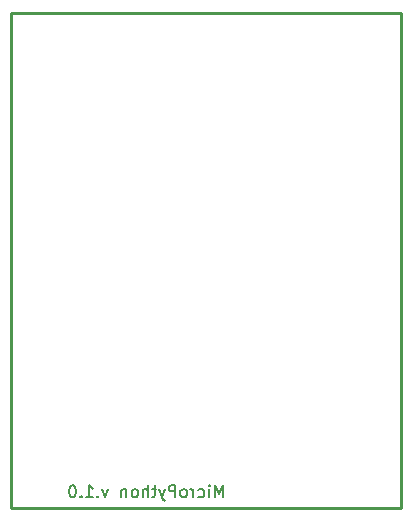
<source format=gbr>
%TF.GenerationSoftware,KiCad,Pcbnew,9.0.4*%
%TF.CreationDate,2025-09-10T14:26:53+01:00*%
%TF.ProjectId,MicroPython,4d696372-6f50-4797-9468-6f6e2e6b6963,rev?*%
%TF.SameCoordinates,Original*%
%TF.FileFunction,Legend,Bot*%
%TF.FilePolarity,Positive*%
%FSLAX46Y46*%
G04 Gerber Fmt 4.6, Leading zero omitted, Abs format (unit mm)*
G04 Created by KiCad (PCBNEW 9.0.4) date 2025-09-10 14:26:53*
%MOMM*%
%LPD*%
G01*
G04 APERTURE LIST*
%ADD10C,0.150000*%
%ADD11C,1.700000*%
%ADD12R,1.700000X1.700000*%
%ADD13O,1.000000X1.800000*%
%ADD14O,1.000000X2.100000*%
%ADD15C,0.650000*%
%TA.AperFunction,Profile*%
%ADD16C,0.230000*%
%TD*%
G04 APERTURE END LIST*
D10*
X143636190Y-135199819D02*
X143636190Y-134199819D01*
X143636190Y-134199819D02*
X143302857Y-134914104D01*
X143302857Y-134914104D02*
X142969524Y-134199819D01*
X142969524Y-134199819D02*
X142969524Y-135199819D01*
X142493333Y-135199819D02*
X142493333Y-134533152D01*
X142493333Y-134199819D02*
X142540952Y-134247438D01*
X142540952Y-134247438D02*
X142493333Y-134295057D01*
X142493333Y-134295057D02*
X142445714Y-134247438D01*
X142445714Y-134247438D02*
X142493333Y-134199819D01*
X142493333Y-134199819D02*
X142493333Y-134295057D01*
X141588572Y-135152200D02*
X141683810Y-135199819D01*
X141683810Y-135199819D02*
X141874286Y-135199819D01*
X141874286Y-135199819D02*
X141969524Y-135152200D01*
X141969524Y-135152200D02*
X142017143Y-135104580D01*
X142017143Y-135104580D02*
X142064762Y-135009342D01*
X142064762Y-135009342D02*
X142064762Y-134723628D01*
X142064762Y-134723628D02*
X142017143Y-134628390D01*
X142017143Y-134628390D02*
X141969524Y-134580771D01*
X141969524Y-134580771D02*
X141874286Y-134533152D01*
X141874286Y-134533152D02*
X141683810Y-134533152D01*
X141683810Y-134533152D02*
X141588572Y-134580771D01*
X141160000Y-135199819D02*
X141160000Y-134533152D01*
X141160000Y-134723628D02*
X141112381Y-134628390D01*
X141112381Y-134628390D02*
X141064762Y-134580771D01*
X141064762Y-134580771D02*
X140969524Y-134533152D01*
X140969524Y-134533152D02*
X140874286Y-134533152D01*
X140398095Y-135199819D02*
X140493333Y-135152200D01*
X140493333Y-135152200D02*
X140540952Y-135104580D01*
X140540952Y-135104580D02*
X140588571Y-135009342D01*
X140588571Y-135009342D02*
X140588571Y-134723628D01*
X140588571Y-134723628D02*
X140540952Y-134628390D01*
X140540952Y-134628390D02*
X140493333Y-134580771D01*
X140493333Y-134580771D02*
X140398095Y-134533152D01*
X140398095Y-134533152D02*
X140255238Y-134533152D01*
X140255238Y-134533152D02*
X140160000Y-134580771D01*
X140160000Y-134580771D02*
X140112381Y-134628390D01*
X140112381Y-134628390D02*
X140064762Y-134723628D01*
X140064762Y-134723628D02*
X140064762Y-135009342D01*
X140064762Y-135009342D02*
X140112381Y-135104580D01*
X140112381Y-135104580D02*
X140160000Y-135152200D01*
X140160000Y-135152200D02*
X140255238Y-135199819D01*
X140255238Y-135199819D02*
X140398095Y-135199819D01*
X139636190Y-135199819D02*
X139636190Y-134199819D01*
X139636190Y-134199819D02*
X139255238Y-134199819D01*
X139255238Y-134199819D02*
X139160000Y-134247438D01*
X139160000Y-134247438D02*
X139112381Y-134295057D01*
X139112381Y-134295057D02*
X139064762Y-134390295D01*
X139064762Y-134390295D02*
X139064762Y-134533152D01*
X139064762Y-134533152D02*
X139112381Y-134628390D01*
X139112381Y-134628390D02*
X139160000Y-134676009D01*
X139160000Y-134676009D02*
X139255238Y-134723628D01*
X139255238Y-134723628D02*
X139636190Y-134723628D01*
X138731428Y-134533152D02*
X138493333Y-135199819D01*
X138255238Y-134533152D02*
X138493333Y-135199819D01*
X138493333Y-135199819D02*
X138588571Y-135437914D01*
X138588571Y-135437914D02*
X138636190Y-135485533D01*
X138636190Y-135485533D02*
X138731428Y-135533152D01*
X138017142Y-134533152D02*
X137636190Y-134533152D01*
X137874285Y-134199819D02*
X137874285Y-135056961D01*
X137874285Y-135056961D02*
X137826666Y-135152200D01*
X137826666Y-135152200D02*
X137731428Y-135199819D01*
X137731428Y-135199819D02*
X137636190Y-135199819D01*
X137302856Y-135199819D02*
X137302856Y-134199819D01*
X136874285Y-135199819D02*
X136874285Y-134676009D01*
X136874285Y-134676009D02*
X136921904Y-134580771D01*
X136921904Y-134580771D02*
X137017142Y-134533152D01*
X137017142Y-134533152D02*
X137159999Y-134533152D01*
X137159999Y-134533152D02*
X137255237Y-134580771D01*
X137255237Y-134580771D02*
X137302856Y-134628390D01*
X136255237Y-135199819D02*
X136350475Y-135152200D01*
X136350475Y-135152200D02*
X136398094Y-135104580D01*
X136398094Y-135104580D02*
X136445713Y-135009342D01*
X136445713Y-135009342D02*
X136445713Y-134723628D01*
X136445713Y-134723628D02*
X136398094Y-134628390D01*
X136398094Y-134628390D02*
X136350475Y-134580771D01*
X136350475Y-134580771D02*
X136255237Y-134533152D01*
X136255237Y-134533152D02*
X136112380Y-134533152D01*
X136112380Y-134533152D02*
X136017142Y-134580771D01*
X136017142Y-134580771D02*
X135969523Y-134628390D01*
X135969523Y-134628390D02*
X135921904Y-134723628D01*
X135921904Y-134723628D02*
X135921904Y-135009342D01*
X135921904Y-135009342D02*
X135969523Y-135104580D01*
X135969523Y-135104580D02*
X136017142Y-135152200D01*
X136017142Y-135152200D02*
X136112380Y-135199819D01*
X136112380Y-135199819D02*
X136255237Y-135199819D01*
X135493332Y-134533152D02*
X135493332Y-135199819D01*
X135493332Y-134628390D02*
X135445713Y-134580771D01*
X135445713Y-134580771D02*
X135350475Y-134533152D01*
X135350475Y-134533152D02*
X135207618Y-134533152D01*
X135207618Y-134533152D02*
X135112380Y-134580771D01*
X135112380Y-134580771D02*
X135064761Y-134676009D01*
X135064761Y-134676009D02*
X135064761Y-135199819D01*
X133921903Y-134533152D02*
X133683808Y-135199819D01*
X133683808Y-135199819D02*
X133445713Y-134533152D01*
X133064760Y-135104580D02*
X133017141Y-135152200D01*
X133017141Y-135152200D02*
X133064760Y-135199819D01*
X133064760Y-135199819D02*
X133112379Y-135152200D01*
X133112379Y-135152200D02*
X133064760Y-135104580D01*
X133064760Y-135104580D02*
X133064760Y-135199819D01*
X132064761Y-135199819D02*
X132636189Y-135199819D01*
X132350475Y-135199819D02*
X132350475Y-134199819D01*
X132350475Y-134199819D02*
X132445713Y-134342676D01*
X132445713Y-134342676D02*
X132540951Y-134437914D01*
X132540951Y-134437914D02*
X132636189Y-134485533D01*
X131636189Y-135104580D02*
X131588570Y-135152200D01*
X131588570Y-135152200D02*
X131636189Y-135199819D01*
X131636189Y-135199819D02*
X131683808Y-135152200D01*
X131683808Y-135152200D02*
X131636189Y-135104580D01*
X131636189Y-135104580D02*
X131636189Y-135199819D01*
X130969523Y-134199819D02*
X130874285Y-134199819D01*
X130874285Y-134199819D02*
X130779047Y-134247438D01*
X130779047Y-134247438D02*
X130731428Y-134295057D01*
X130731428Y-134295057D02*
X130683809Y-134390295D01*
X130683809Y-134390295D02*
X130636190Y-134580771D01*
X130636190Y-134580771D02*
X130636190Y-134818866D01*
X130636190Y-134818866D02*
X130683809Y-135009342D01*
X130683809Y-135009342D02*
X130731428Y-135104580D01*
X130731428Y-135104580D02*
X130779047Y-135152200D01*
X130779047Y-135152200D02*
X130874285Y-135199819D01*
X130874285Y-135199819D02*
X130969523Y-135199819D01*
X130969523Y-135199819D02*
X131064761Y-135152200D01*
X131064761Y-135152200D02*
X131112380Y-135104580D01*
X131112380Y-135104580D02*
X131159999Y-135009342D01*
X131159999Y-135009342D02*
X131207618Y-134818866D01*
X131207618Y-134818866D02*
X131207618Y-134580771D01*
X131207618Y-134580771D02*
X131159999Y-134390295D01*
X131159999Y-134390295D02*
X131112380Y-134295057D01*
X131112380Y-134295057D02*
X131064761Y-134247438D01*
X131064761Y-134247438D02*
X130969523Y-134199819D01*
%LPC*%
D11*
%TO.C,J9*%
X128270000Y-134112000D03*
X128270000Y-131572000D03*
X128270000Y-129032000D03*
X128270000Y-126492000D03*
X128270000Y-123952000D03*
X128270000Y-121412000D03*
X128270000Y-118872000D03*
X128270000Y-116332000D03*
X128270000Y-113792000D03*
X128270000Y-111252000D03*
X128270000Y-108712000D03*
X128270000Y-106172000D03*
X128270000Y-103632000D03*
X128270000Y-101092000D03*
X128270000Y-98552000D03*
D12*
X128270000Y-96012000D03*
%TD*%
D11*
%TO.C,J1*%
X156210000Y-134112000D03*
X156210000Y-131572000D03*
X156210000Y-129032000D03*
X156210000Y-126492000D03*
X156210000Y-123952000D03*
X156210000Y-121412000D03*
X156210000Y-118872000D03*
X156210000Y-116332000D03*
X156210000Y-113792000D03*
X156210000Y-111252000D03*
X156210000Y-108712000D03*
X156210000Y-106172000D03*
X156210000Y-103632000D03*
X156210000Y-101092000D03*
X156210000Y-98552000D03*
D12*
X156210000Y-96012000D03*
%TD*%
D13*
%TO.C,J10*%
X138428000Y-96931000D03*
D14*
X138428000Y-101111000D03*
D13*
X147068000Y-96931000D03*
D14*
X147068000Y-101111000D03*
D15*
X139858000Y-100611000D03*
X145638000Y-100611000D03*
%TD*%
D12*
%TO.C,J8*%
X152258000Y-111018000D03*
D11*
X152258000Y-108478000D03*
X149718000Y-111018000D03*
X149718000Y-108478000D03*
X147178000Y-111018000D03*
X147178000Y-108478000D03*
%TD*%
%LPD*%
D16*
X125730000Y-94232000D02*
X158750000Y-94232000D01*
X158750000Y-136142000D01*
X125730000Y-136142000D01*
X125730000Y-94232000D01*
M02*

</source>
